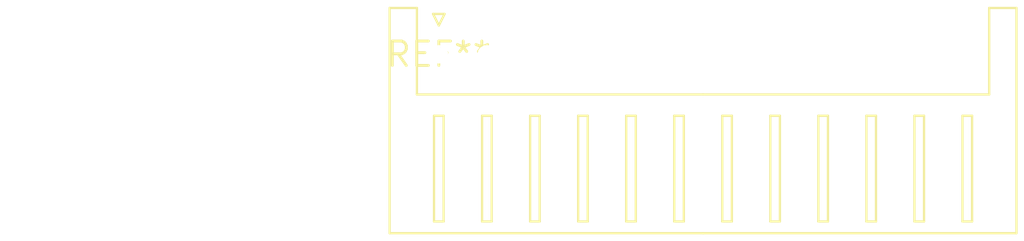
<source format=kicad_pcb>
(kicad_pcb (version 20240108) (generator pcbnew)
  (layers (0 "F.Cu" signal) (31 "B.Cu" signal) (34 "B.Paste" user) (35 "F.Paste" user) (36 "B.SilkS" user "B.Silkscreen") (37 "F.SilkS" user "F.Silkscreen") (38 "B.Mask" user) (39 "F.Mask" user) (44 "Edge.Cuts" user))
  (net 0 "")
  (footprint "JST_XH_S12B-XH-A_1x12_P2.50mm_Horizontal" (layer "F.Cu") (at 0 0)
    (property "Reference" "REF**")
    (property "Value" "JST_XH_S12B-XH-A_1x12_P2.50mm_Horizontal")
    (fp_line (start -2.56 -2.41) (end -1.14 -2.41) (layer "F.SilkS") (stroke (width 0.12)))
    (fp_line (start -2.56 9.31) (end -2.56 -2.41) (layer "F.SilkS") (stroke (width 0.12)))
    (fp_line (start -1.14 -2.41) (end -1.14 2.09) (layer "F.SilkS") (stroke (width 0.12)))
    (fp_line (start -1.14 2.09) (end 13.75 2.09) (layer "F.SilkS") (stroke (width 0.12)))
    (fp_line (start -0.3 -2.1) (end 0.3 -2.1) (layer "F.SilkS") (stroke (width 0.12)))
    (fp_line (start -0.25 3.2) (end -0.25 8.7) (layer "F.SilkS") (stroke (width 0.12)))
    (fp_line (start -0.25 8.7) (end 0.25 8.7) (layer "F.SilkS") (stroke (width 0.12)))
    (fp_line (start 0 -1.5) (end -0.3 -2.1) (layer "F.SilkS") (stroke (width 0.12)))
    (fp_line (start 0.25 3.2) (end -0.25 3.2) (layer "F.SilkS") (stroke (width 0.12)))
    (fp_line (start 0.25 8.7) (end 0.25 3.2) (layer "F.SilkS") (stroke (width 0.12)))
    (fp_line (start 0.3 -2.1) (end 0 -1.5) (layer "F.SilkS") (stroke (width 0.12)))
    (fp_line (start 2.25 3.2) (end 2.25 8.7) (layer "F.SilkS") (stroke (width 0.12)))
    (fp_line (start 2.25 8.7) (end 2.75 8.7) (layer "F.SilkS") (stroke (width 0.12)))
    (fp_line (start 2.75 3.2) (end 2.25 3.2) (layer "F.SilkS") (stroke (width 0.12)))
    (fp_line (start 2.75 8.7) (end 2.75 3.2) (layer "F.SilkS") (stroke (width 0.12)))
    (fp_line (start 4.75 3.2) (end 4.75 8.7) (layer "F.SilkS") (stroke (width 0.12)))
    (fp_line (start 4.75 8.7) (end 5.25 8.7) (layer "F.SilkS") (stroke (width 0.12)))
    (fp_line (start 5.25 3.2) (end 4.75 3.2) (layer "F.SilkS") (stroke (width 0.12)))
    (fp_line (start 5.25 8.7) (end 5.25 3.2) (layer "F.SilkS") (stroke (width 0.12)))
    (fp_line (start 7.25 3.2) (end 7.25 8.7) (layer "F.SilkS") (stroke (width 0.12)))
    (fp_line (start 7.25 8.7) (end 7.75 8.7) (layer "F.SilkS") (stroke (width 0.12)))
    (fp_line (start 7.75 3.2) (end 7.25 3.2) (layer "F.SilkS") (stroke (width 0.12)))
    (fp_line (start 7.75 8.7) (end 7.75 3.2) (layer "F.SilkS") (stroke (width 0.12)))
    (fp_line (start 9.75 3.2) (end 9.75 8.7) (layer "F.SilkS") (stroke (width 0.12)))
    (fp_line (start 9.75 8.7) (end 10.25 8.7) (layer "F.SilkS") (stroke (width 0.12)))
    (fp_line (start 10.25 3.2) (end 9.75 3.2) (layer "F.SilkS") (stroke (width 0.12)))
    (fp_line (start 10.25 8.7) (end 10.25 3.2) (layer "F.SilkS") (stroke (width 0.12)))
    (fp_line (start 12.25 3.2) (end 12.25 8.7) (layer "F.SilkS") (stroke (width 0.12)))
    (fp_line (start 12.25 8.7) (end 12.75 8.7) (layer "F.SilkS") (stroke (width 0.12)))
    (fp_line (start 12.75 3.2) (end 12.25 3.2) (layer "F.SilkS") (stroke (width 0.12)))
    (fp_line (start 12.75 8.7) (end 12.75 3.2) (layer "F.SilkS") (stroke (width 0.12)))
    (fp_line (start 13.75 9.31) (end -2.56 9.31) (layer "F.SilkS") (stroke (width 0.12)))
    (fp_line (start 13.75 9.31) (end 30.06 9.31) (layer "F.SilkS") (stroke (width 0.12)))
    (fp_line (start 14.75 3.2) (end 14.75 8.7) (layer "F.SilkS") (stroke (width 0.12)))
    (fp_line (start 14.75 8.7) (end 15.25 8.7) (layer "F.SilkS") (stroke (width 0.12)))
    (fp_line (start 15.25 3.2) (end 14.75 3.2) (layer "F.SilkS") (stroke (width 0.12)))
    (fp_line (start 15.25 8.7) (end 15.25 3.2) (layer "F.SilkS") (stroke (width 0.12)))
    (fp_line (start 17.25 3.2) (end 17.25 8.7) (layer "F.SilkS") (stroke (width 0.12)))
    (fp_line (start 17.25 8.7) (end 17.75 8.7) (layer "F.SilkS") (stroke (width 0.12)))
    (fp_line (start 17.75 3.2) (end 17.25 3.2) (layer "F.SilkS") (stroke (width 0.12)))
    (fp_line (start 17.75 8.7) (end 17.75 3.2) (layer "F.SilkS") (stroke (width 0.12)))
    (fp_line (start 19.75 3.2) (end 19.75 8.7) (layer "F.SilkS") (stroke (width 0.12)))
    (fp_line (start 19.75 8.7) (end 20.25 8.7) (layer "F.SilkS") (stroke (width 0.12)))
    (fp_line (start 20.25 3.2) (end 19.75 3.2) (layer "F.SilkS") (stroke (width 0.12)))
    (fp_line (start 20.25 8.7) (end 20.25 3.2) (layer "F.SilkS") (stroke (width 0.12)))
    (fp_line (start 22.25 3.2) (end 22.25 8.7) (layer "F.SilkS") (stroke (width 0.12)))
    (fp_line (start 22.25 8.7) (end 22.75 8.7) (layer "F.SilkS") (stroke (width 0.12)))
    (fp_line (start 22.75 3.2) (end 22.25 3.2) (layer "F.SilkS") (stroke (width 0.12)))
    (fp_line (start 22.75 8.7) (end 22.75 3.2) (layer "F.SilkS") (stroke (width 0.12)))
    (fp_line (start 24.75 3.2) (end 24.75 8.7) (layer "F.SilkS") (stroke (width 0.12)))
    (fp_line (start 24.75 8.7) (end 25.25 8.7) (layer "F.SilkS") (stroke (width 0.12)))
    (fp_line (start 25.25 3.2) (end 24.75 3.2) (layer "F.SilkS") (stroke (width 0.12)))
    (fp_line (start 25.25 8.7) (end 25.25 3.2) (layer "F.SilkS") (stroke (width 0.12)))
    (fp_line (start 27.25 3.2) (end 27.25 8.7) (layer "F.SilkS") (stroke (width 0.12)))
    (fp_line (start 27.25 8.7) (end 27.75 8.7) (layer "F.SilkS") (stroke (width 0.12)))
    (fp_line (start 27.75 3.2) (end 27.25 3.2) (layer "F.SilkS") (stroke (width 0.12)))
    (fp_line (start 27.75 8.7) (end 27.75 3.2) (layer "F.SilkS") (stroke (width 0.12)))
    (fp_line (start 28.64 -2.41) (end 28.64 2.09) (layer "F.SilkS") (stroke (width 0.12)))
    (fp_line (start 28.64 2.09) (end 13.75 2.09) (layer "F.SilkS") (stroke (width 0.12)))
    (fp_line (start 30.06 -2.41) (end 28.64 -2.41) (layer "F.SilkS") (stroke (width 0.12)))
    (fp_line (start 30.06 9.31) (end 30.06 -2.41) (layer "F.SilkS") (stroke (width 0.12)))
    (pad "1" thru_hole roundrect (at 0 0) (size 1.7 1.95) (drill 0.95) (layers *.Cu *.Mask) (remove_unused_layers) (roundrect_rratio 0.147059))
    (pad "2" thru_hole oval (at 2.5 0) (size 1.7 1.95) (drill 0.95) (layers *.Cu *.Mask) (remove_unused_layers))
    (pad "3" thru_hole oval (at 5 0) (size 1.7 1.95) (drill 0.95) (layers *.Cu *.Mask) (remove_unused_layers))
    (pad "4" thru_hole oval (at 7.5 0) (size 1.7 1.95) (drill 0.95) (layers *.Cu *.Mask) (remove_unused_layers))
    (pad "5" thru_hole oval (at 10 0) (size 1.7 1.95) (drill 0.95) (layers *.Cu *.Mask) (remove_unused_layers))
    (pad "6" thru_hole oval (at 12.5 0) (size 1.7 1.95) (drill 0.95) (layers *.Cu *.Mask) (remove_unused_layers))
    (pad "7" thru_hole oval (at 15 0) (size 1.7 1.95) (drill 0.95) (layers *.Cu *.Mask) (remove_unused_layers))
    (pad "8" thru_hole oval (at 17.5 0) (size 1.7 1.95) (drill 0.95) (layers *.Cu *.Mask) (remove_unused_layers))
    (pad "9" thru_hole oval (at 20 0) (size 1.7 1.95) (drill 0.95) (layers *.Cu *.Mask) (remove_unused_layers))
    (pad "10" thru_hole oval (at 22.5 0) (size 1.7 1.95) (drill 0.95) (layers *.Cu *.Mask) (remove_unused_layers))
    (pad "11" thru_hole oval (at 25 0) (size 1.7 1.95) (drill 0.95) (layers *.Cu *.Mask) (remove_unused_layers))
    (pad "12" thru_hole oval (at 27.5 0) (size 1.7 1.95) (drill 0.95) (layers *.Cu *.Mask) (remove_unused_layers))
  )
)
</source>
